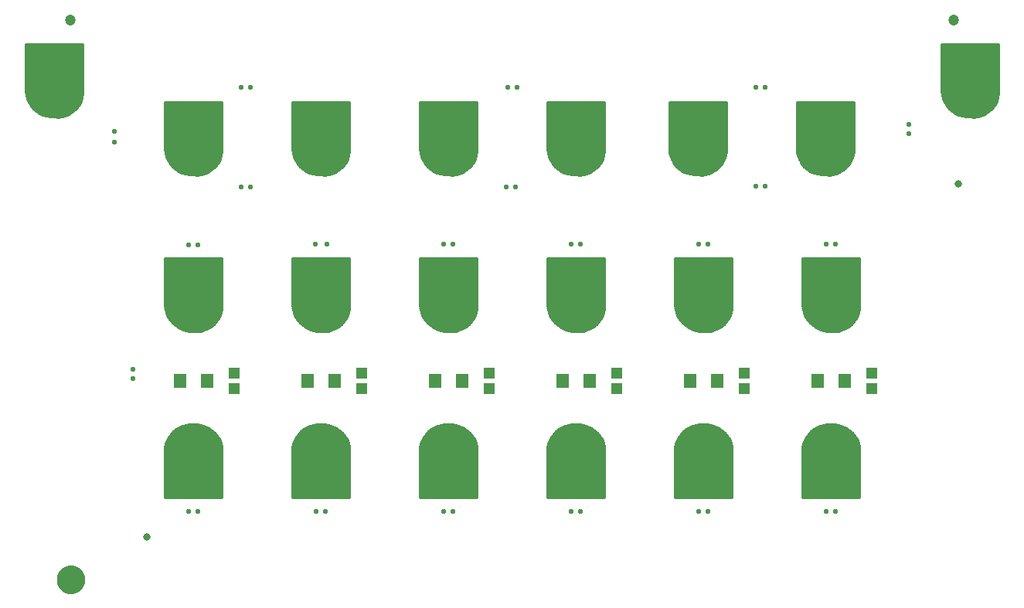
<source format=gts>
G75*
%MOIN*%
%OFA0B0*%
%FSLAX25Y25*%
%IPPOS*%
%LPD*%
%AMOC8*
5,1,8,0,0,1.08239X$1,22.5*
%
%ADD10C,0.02300*%
%ADD11R,0.05524X0.06312*%
%ADD12R,0.04737X0.05131*%
%ADD13C,0.20800*%
%ADD14C,0.01000*%
%ADD15C,0.03300*%
%ADD16C,0.04737*%
%ADD17C,0.05000*%
%ADD18C,0.06706*%
D10*
X0106750Y0049750D03*
X0110750Y0049750D03*
X0161750Y0049750D03*
X0165750Y0049750D03*
X0216750Y0049750D03*
X0220750Y0049750D03*
X0271750Y0049750D03*
X0275750Y0049750D03*
X0326750Y0049750D03*
X0330750Y0049750D03*
X0381750Y0049750D03*
X0385750Y0049750D03*
X0385750Y0165250D03*
X0381750Y0165250D03*
X0355250Y0190250D03*
X0351250Y0190250D03*
X0330750Y0165250D03*
X0326750Y0165250D03*
X0275750Y0165250D03*
X0271750Y0165250D03*
X0247750Y0189750D03*
X0243750Y0189750D03*
X0220750Y0165250D03*
X0216750Y0165250D03*
X0166250Y0165250D03*
X0161250Y0165250D03*
X0133250Y0189750D03*
X0129250Y0189750D03*
X0110750Y0164750D03*
X0106750Y0164750D03*
X0074750Y0209250D03*
X0074750Y0213750D03*
X0129250Y0232750D03*
X0133250Y0232750D03*
X0244250Y0232750D03*
X0248250Y0232750D03*
X0351250Y0232750D03*
X0355250Y0232750D03*
X0417250Y0216750D03*
X0417250Y0212750D03*
X0082750Y0111250D03*
X0082750Y0107250D03*
D11*
X0102844Y0106250D03*
X0114656Y0106250D03*
X0157844Y0106250D03*
X0169656Y0106250D03*
X0212844Y0106250D03*
X0224656Y0106250D03*
X0267844Y0106250D03*
X0279656Y0106250D03*
X0322844Y0106250D03*
X0334656Y0106250D03*
X0377844Y0106250D03*
X0389656Y0106250D03*
D12*
X0401250Y0109596D03*
X0401250Y0102904D03*
X0346250Y0102904D03*
X0346250Y0109596D03*
X0291250Y0109596D03*
X0291250Y0102904D03*
X0236250Y0102904D03*
X0236250Y0109596D03*
X0181250Y0109596D03*
X0181250Y0102904D03*
X0126250Y0102904D03*
X0126250Y0109596D03*
D13*
X0108750Y0139750D03*
X0163750Y0139750D03*
X0218750Y0139750D03*
X0273750Y0139750D03*
X0328750Y0139750D03*
X0383750Y0139750D03*
X0383750Y0075250D03*
X0328750Y0075250D03*
X0273750Y0075250D03*
X0218750Y0075250D03*
X0163750Y0075250D03*
X0108750Y0075250D03*
X0108750Y0207250D03*
X0163750Y0207250D03*
X0218750Y0207250D03*
X0273750Y0207250D03*
X0326250Y0207250D03*
X0381250Y0207250D03*
X0443750Y0232250D03*
X0048750Y0232250D03*
D14*
X0036350Y0232446D02*
X0061150Y0232446D01*
X0061150Y0231650D02*
X0061090Y0230051D01*
X0060803Y0228476D01*
X0060297Y0226957D01*
X0059581Y0225526D01*
X0058670Y0224210D01*
X0057582Y0223037D01*
X0056338Y0222029D01*
X0054965Y0221207D01*
X0053489Y0220588D01*
X0051940Y0220184D01*
X0050350Y0220004D01*
X0048750Y0220050D01*
X0047065Y0220085D01*
X0045401Y0220359D01*
X0043794Y0220867D01*
X0042275Y0221599D01*
X0040876Y0222539D01*
X0039625Y0223669D01*
X0038548Y0224966D01*
X0037666Y0226402D01*
X0036997Y0227950D01*
X0036555Y0229577D01*
X0036350Y0231250D01*
X0036350Y0251650D01*
X0061150Y0251650D01*
X0061150Y0231650D01*
X0061142Y0231448D02*
X0036350Y0231448D01*
X0036448Y0230449D02*
X0061105Y0230449D01*
X0060981Y0229451D02*
X0036590Y0229451D01*
X0036861Y0228452D02*
X0060796Y0228452D01*
X0060463Y0227454D02*
X0037211Y0227454D01*
X0037643Y0226455D02*
X0060046Y0226455D01*
X0059533Y0225457D02*
X0038246Y0225457D01*
X0038969Y0224458D02*
X0058842Y0224458D01*
X0057974Y0223460D02*
X0039857Y0223460D01*
X0040992Y0222461D02*
X0056872Y0222461D01*
X0055392Y0221463D02*
X0042558Y0221463D01*
X0045068Y0220464D02*
X0053013Y0220464D01*
X0061150Y0233445D02*
X0036350Y0233445D01*
X0036350Y0234443D02*
X0061150Y0234443D01*
X0061150Y0235442D02*
X0036350Y0235442D01*
X0036350Y0236440D02*
X0061150Y0236440D01*
X0061150Y0237439D02*
X0036350Y0237439D01*
X0036350Y0238437D02*
X0061150Y0238437D01*
X0061150Y0239436D02*
X0036350Y0239436D01*
X0036350Y0240434D02*
X0061150Y0240434D01*
X0061150Y0241433D02*
X0036350Y0241433D01*
X0036350Y0242431D02*
X0061150Y0242431D01*
X0061150Y0243430D02*
X0036350Y0243430D01*
X0036350Y0244428D02*
X0061150Y0244428D01*
X0061150Y0245427D02*
X0036350Y0245427D01*
X0036350Y0246425D02*
X0061150Y0246425D01*
X0061150Y0247424D02*
X0036350Y0247424D01*
X0036350Y0248422D02*
X0061150Y0248422D01*
X0061150Y0249421D02*
X0036350Y0249421D01*
X0036350Y0250420D02*
X0061150Y0250420D01*
X0061150Y0251418D02*
X0036350Y0251418D01*
X0096350Y0226650D02*
X0096350Y0206250D01*
X0096555Y0204577D01*
X0096997Y0202950D01*
X0097666Y0201402D01*
X0098548Y0199966D01*
X0099625Y0198669D01*
X0100876Y0197539D01*
X0102275Y0196599D01*
X0103794Y0195867D01*
X0105401Y0195359D01*
X0107065Y0195085D01*
X0108750Y0195050D01*
X0110350Y0195004D01*
X0111940Y0195184D01*
X0113489Y0195588D01*
X0114965Y0196207D01*
X0116338Y0197029D01*
X0117582Y0198037D01*
X0118670Y0199210D01*
X0119581Y0200526D01*
X0120297Y0201957D01*
X0120803Y0203476D01*
X0121090Y0205051D01*
X0121150Y0206650D01*
X0121150Y0226650D01*
X0096350Y0226650D01*
X0096350Y0226455D02*
X0121150Y0226455D01*
X0121150Y0225457D02*
X0096350Y0225457D01*
X0096350Y0224458D02*
X0121150Y0224458D01*
X0121150Y0223460D02*
X0096350Y0223460D01*
X0096350Y0222461D02*
X0121150Y0222461D01*
X0121150Y0221463D02*
X0096350Y0221463D01*
X0096350Y0220464D02*
X0121150Y0220464D01*
X0121150Y0219466D02*
X0096350Y0219466D01*
X0096350Y0218467D02*
X0121150Y0218467D01*
X0121150Y0217469D02*
X0096350Y0217469D01*
X0096350Y0216470D02*
X0121150Y0216470D01*
X0121150Y0215472D02*
X0096350Y0215472D01*
X0096350Y0214473D02*
X0121150Y0214473D01*
X0121150Y0213475D02*
X0096350Y0213475D01*
X0096350Y0212476D02*
X0121150Y0212476D01*
X0121150Y0211478D02*
X0096350Y0211478D01*
X0096350Y0210479D02*
X0121150Y0210479D01*
X0121150Y0209481D02*
X0096350Y0209481D01*
X0096350Y0208482D02*
X0121150Y0208482D01*
X0121150Y0207484D02*
X0096350Y0207484D01*
X0096350Y0206485D02*
X0121144Y0206485D01*
X0121106Y0205487D02*
X0096444Y0205487D01*
X0096580Y0204488D02*
X0120987Y0204488D01*
X0120806Y0203489D02*
X0096851Y0203489D01*
X0097195Y0202491D02*
X0120475Y0202491D01*
X0120065Y0201492D02*
X0097627Y0201492D01*
X0098223Y0200494D02*
X0119559Y0200494D01*
X0118868Y0199495D02*
X0098938Y0199495D01*
X0099816Y0198497D02*
X0118009Y0198497D01*
X0116918Y0197498D02*
X0100937Y0197498D01*
X0102480Y0196500D02*
X0115454Y0196500D01*
X0113156Y0195501D02*
X0104951Y0195501D01*
X0151555Y0204577D02*
X0151997Y0202950D01*
X0152666Y0201402D01*
X0153548Y0199966D01*
X0154625Y0198669D01*
X0155876Y0197539D01*
X0157275Y0196599D01*
X0158794Y0195867D01*
X0160401Y0195359D01*
X0162065Y0195085D01*
X0163750Y0195050D01*
X0165350Y0195004D01*
X0166940Y0195184D01*
X0168489Y0195588D01*
X0169965Y0196207D01*
X0171338Y0197029D01*
X0172582Y0198037D01*
X0173670Y0199210D01*
X0174581Y0200526D01*
X0175297Y0201957D01*
X0175803Y0203476D01*
X0176090Y0205051D01*
X0176150Y0206650D01*
X0176150Y0226650D01*
X0151350Y0226650D01*
X0151350Y0206250D01*
X0151555Y0204577D01*
X0151580Y0204488D02*
X0175987Y0204488D01*
X0176106Y0205487D02*
X0151444Y0205487D01*
X0151350Y0206485D02*
X0176144Y0206485D01*
X0176150Y0207484D02*
X0151350Y0207484D01*
X0151350Y0208482D02*
X0176150Y0208482D01*
X0176150Y0209481D02*
X0151350Y0209481D01*
X0151350Y0210479D02*
X0176150Y0210479D01*
X0176150Y0211478D02*
X0151350Y0211478D01*
X0151350Y0212476D02*
X0176150Y0212476D01*
X0176150Y0213475D02*
X0151350Y0213475D01*
X0151350Y0214473D02*
X0176150Y0214473D01*
X0176150Y0215472D02*
X0151350Y0215472D01*
X0151350Y0216470D02*
X0176150Y0216470D01*
X0176150Y0217469D02*
X0151350Y0217469D01*
X0151350Y0218467D02*
X0176150Y0218467D01*
X0176150Y0219466D02*
X0151350Y0219466D01*
X0151350Y0220464D02*
X0176150Y0220464D01*
X0176150Y0221463D02*
X0151350Y0221463D01*
X0151350Y0222461D02*
X0176150Y0222461D01*
X0176150Y0223460D02*
X0151350Y0223460D01*
X0151350Y0224458D02*
X0176150Y0224458D01*
X0176150Y0225457D02*
X0151350Y0225457D01*
X0151350Y0226455D02*
X0176150Y0226455D01*
X0206350Y0226455D02*
X0231150Y0226455D01*
X0231150Y0226650D02*
X0231150Y0206650D01*
X0231090Y0205051D01*
X0230803Y0203476D01*
X0230297Y0201957D01*
X0229581Y0200526D01*
X0228670Y0199210D01*
X0227582Y0198037D01*
X0226338Y0197029D01*
X0224965Y0196207D01*
X0223489Y0195588D01*
X0221940Y0195184D01*
X0220350Y0195004D01*
X0218750Y0195050D01*
X0217065Y0195085D01*
X0215401Y0195359D01*
X0213794Y0195867D01*
X0212275Y0196599D01*
X0210876Y0197539D01*
X0209625Y0198669D01*
X0208548Y0199966D01*
X0207666Y0201402D01*
X0206997Y0202950D01*
X0206555Y0204577D01*
X0206350Y0206250D01*
X0206350Y0226650D01*
X0231150Y0226650D01*
X0231150Y0225457D02*
X0206350Y0225457D01*
X0206350Y0224458D02*
X0231150Y0224458D01*
X0231150Y0223460D02*
X0206350Y0223460D01*
X0206350Y0222461D02*
X0231150Y0222461D01*
X0231150Y0221463D02*
X0206350Y0221463D01*
X0206350Y0220464D02*
X0231150Y0220464D01*
X0231150Y0219466D02*
X0206350Y0219466D01*
X0206350Y0218467D02*
X0231150Y0218467D01*
X0231150Y0217469D02*
X0206350Y0217469D01*
X0206350Y0216470D02*
X0231150Y0216470D01*
X0231150Y0215472D02*
X0206350Y0215472D01*
X0206350Y0214473D02*
X0231150Y0214473D01*
X0231150Y0213475D02*
X0206350Y0213475D01*
X0206350Y0212476D02*
X0231150Y0212476D01*
X0231150Y0211478D02*
X0206350Y0211478D01*
X0206350Y0210479D02*
X0231150Y0210479D01*
X0231150Y0209481D02*
X0206350Y0209481D01*
X0206350Y0208482D02*
X0231150Y0208482D01*
X0231150Y0207484D02*
X0206350Y0207484D01*
X0206350Y0206485D02*
X0231144Y0206485D01*
X0231106Y0205487D02*
X0206444Y0205487D01*
X0206580Y0204488D02*
X0230987Y0204488D01*
X0230806Y0203489D02*
X0206851Y0203489D01*
X0207195Y0202491D02*
X0230475Y0202491D01*
X0230065Y0201492D02*
X0207627Y0201492D01*
X0208223Y0200494D02*
X0229559Y0200494D01*
X0228868Y0199495D02*
X0208938Y0199495D01*
X0209816Y0198497D02*
X0228009Y0198497D01*
X0226918Y0197498D02*
X0210937Y0197498D01*
X0212480Y0196500D02*
X0225454Y0196500D01*
X0223156Y0195501D02*
X0214951Y0195501D01*
X0175806Y0203489D02*
X0151851Y0203489D01*
X0152195Y0202491D02*
X0175475Y0202491D01*
X0175065Y0201492D02*
X0152627Y0201492D01*
X0153223Y0200494D02*
X0174559Y0200494D01*
X0173868Y0199495D02*
X0153938Y0199495D01*
X0154816Y0198497D02*
X0173009Y0198497D01*
X0171918Y0197498D02*
X0155937Y0197498D01*
X0157480Y0196500D02*
X0170454Y0196500D01*
X0168156Y0195501D02*
X0159951Y0195501D01*
X0151350Y0159150D02*
X0151350Y0138750D01*
X0151555Y0137077D01*
X0151997Y0135450D01*
X0152666Y0133902D01*
X0153548Y0132466D01*
X0154625Y0131169D01*
X0155876Y0130039D01*
X0157275Y0129099D01*
X0158794Y0128367D01*
X0160401Y0127859D01*
X0162065Y0127585D01*
X0163750Y0127550D01*
X0165350Y0127504D01*
X0166940Y0127684D01*
X0168489Y0128088D01*
X0169965Y0128707D01*
X0171338Y0129529D01*
X0172582Y0130537D01*
X0173670Y0131710D01*
X0174581Y0133026D01*
X0175297Y0134457D01*
X0175803Y0135976D01*
X0176090Y0137551D01*
X0176150Y0139150D01*
X0176150Y0159150D01*
X0151350Y0159150D01*
X0151350Y0158556D02*
X0176150Y0158556D01*
X0176150Y0157558D02*
X0151350Y0157558D01*
X0151350Y0156559D02*
X0176150Y0156559D01*
X0176150Y0155561D02*
X0151350Y0155561D01*
X0151350Y0154562D02*
X0176150Y0154562D01*
X0176150Y0153564D02*
X0151350Y0153564D01*
X0151350Y0152565D02*
X0176150Y0152565D01*
X0176150Y0151567D02*
X0151350Y0151567D01*
X0151350Y0150568D02*
X0176150Y0150568D01*
X0176150Y0149570D02*
X0151350Y0149570D01*
X0151350Y0148571D02*
X0176150Y0148571D01*
X0176150Y0147573D02*
X0151350Y0147573D01*
X0151350Y0146574D02*
X0176150Y0146574D01*
X0176150Y0145576D02*
X0151350Y0145576D01*
X0151350Y0144577D02*
X0176150Y0144577D01*
X0176150Y0143579D02*
X0151350Y0143579D01*
X0151350Y0142580D02*
X0176150Y0142580D01*
X0176150Y0141582D02*
X0151350Y0141582D01*
X0151350Y0140583D02*
X0176150Y0140583D01*
X0176150Y0139585D02*
X0151350Y0139585D01*
X0151370Y0138586D02*
X0176129Y0138586D01*
X0176091Y0137588D02*
X0151493Y0137588D01*
X0151688Y0136589D02*
X0175915Y0136589D01*
X0175675Y0135591D02*
X0151959Y0135591D01*
X0152368Y0134592D02*
X0175342Y0134592D01*
X0174865Y0133594D02*
X0152855Y0133594D01*
X0153468Y0132595D02*
X0174283Y0132595D01*
X0173565Y0131597D02*
X0154270Y0131597D01*
X0155257Y0130598D02*
X0172639Y0130598D01*
X0171426Y0129600D02*
X0156530Y0129600D01*
X0158308Y0128601D02*
X0169712Y0128601D01*
X0166220Y0127603D02*
X0161956Y0127603D01*
X0120803Y0135976D02*
X0120297Y0134457D01*
X0119581Y0133026D01*
X0118670Y0131710D01*
X0117582Y0130537D01*
X0116338Y0129529D01*
X0114965Y0128707D01*
X0113489Y0128088D01*
X0111940Y0127684D01*
X0110350Y0127504D01*
X0108750Y0127550D01*
X0107065Y0127585D01*
X0105401Y0127859D01*
X0103794Y0128367D01*
X0102275Y0129099D01*
X0100876Y0130039D01*
X0099625Y0131169D01*
X0098548Y0132466D01*
X0097666Y0133902D01*
X0096997Y0135450D01*
X0096555Y0137077D01*
X0096350Y0138750D01*
X0096350Y0159150D01*
X0121150Y0159150D01*
X0121150Y0139150D01*
X0121090Y0137551D01*
X0120803Y0135976D01*
X0120675Y0135591D02*
X0096959Y0135591D01*
X0096688Y0136589D02*
X0120915Y0136589D01*
X0121091Y0137588D02*
X0096493Y0137588D01*
X0096370Y0138586D02*
X0121129Y0138586D01*
X0121150Y0139585D02*
X0096350Y0139585D01*
X0096350Y0140583D02*
X0121150Y0140583D01*
X0121150Y0141582D02*
X0096350Y0141582D01*
X0096350Y0142580D02*
X0121150Y0142580D01*
X0121150Y0143579D02*
X0096350Y0143579D01*
X0096350Y0144577D02*
X0121150Y0144577D01*
X0121150Y0145576D02*
X0096350Y0145576D01*
X0096350Y0146574D02*
X0121150Y0146574D01*
X0121150Y0147573D02*
X0096350Y0147573D01*
X0096350Y0148571D02*
X0121150Y0148571D01*
X0121150Y0149570D02*
X0096350Y0149570D01*
X0096350Y0150568D02*
X0121150Y0150568D01*
X0121150Y0151567D02*
X0096350Y0151567D01*
X0096350Y0152565D02*
X0121150Y0152565D01*
X0121150Y0153564D02*
X0096350Y0153564D01*
X0096350Y0154562D02*
X0121150Y0154562D01*
X0121150Y0155561D02*
X0096350Y0155561D01*
X0096350Y0156559D02*
X0121150Y0156559D01*
X0121150Y0157558D02*
X0096350Y0157558D01*
X0096350Y0158556D02*
X0121150Y0158556D01*
X0120342Y0134592D02*
X0097368Y0134592D01*
X0097855Y0133594D02*
X0119865Y0133594D01*
X0119283Y0132595D02*
X0098468Y0132595D01*
X0099270Y0131597D02*
X0118565Y0131597D01*
X0117639Y0130598D02*
X0100257Y0130598D01*
X0101530Y0129600D02*
X0116426Y0129600D01*
X0114712Y0128601D02*
X0103308Y0128601D01*
X0106956Y0127603D02*
X0111220Y0127603D01*
X0110435Y0087415D02*
X0112099Y0087141D01*
X0113706Y0086633D01*
X0115225Y0085901D01*
X0116624Y0084961D01*
X0117875Y0083831D01*
X0118952Y0082534D01*
X0119834Y0081098D01*
X0120503Y0079550D01*
X0120945Y0077923D01*
X0121150Y0076250D01*
X0121150Y0055850D01*
X0096350Y0055850D01*
X0096350Y0075850D01*
X0096410Y0077449D01*
X0096697Y0079024D01*
X0097203Y0080543D01*
X0097919Y0081974D01*
X0098830Y0083290D01*
X0099918Y0084463D01*
X0101162Y0085471D01*
X0102535Y0086293D01*
X0104011Y0086912D01*
X0105560Y0087316D01*
X0107150Y0087496D01*
X0108750Y0087450D01*
X0110435Y0087415D01*
X0113609Y0086664D02*
X0103420Y0086664D01*
X0101486Y0085665D02*
X0115576Y0085665D01*
X0116950Y0084667D02*
X0100169Y0084667D01*
X0099181Y0083668D02*
X0118010Y0083668D01*
X0118840Y0082670D02*
X0098400Y0082670D01*
X0097767Y0081671D02*
X0119482Y0081671D01*
X0120018Y0080673D02*
X0097268Y0080673D01*
X0096913Y0079674D02*
X0120449Y0079674D01*
X0120740Y0078676D02*
X0096633Y0078676D01*
X0096452Y0077677D02*
X0120975Y0077677D01*
X0121097Y0076679D02*
X0096381Y0076679D01*
X0096350Y0075680D02*
X0121150Y0075680D01*
X0121150Y0074682D02*
X0096350Y0074682D01*
X0096350Y0073683D02*
X0121150Y0073683D01*
X0121150Y0072684D02*
X0096350Y0072684D01*
X0096350Y0071686D02*
X0121150Y0071686D01*
X0121150Y0070687D02*
X0096350Y0070687D01*
X0096350Y0069689D02*
X0121150Y0069689D01*
X0121150Y0068690D02*
X0096350Y0068690D01*
X0096350Y0067692D02*
X0121150Y0067692D01*
X0121150Y0066693D02*
X0096350Y0066693D01*
X0096350Y0065695D02*
X0121150Y0065695D01*
X0121150Y0064696D02*
X0096350Y0064696D01*
X0096350Y0063698D02*
X0121150Y0063698D01*
X0121150Y0062699D02*
X0096350Y0062699D01*
X0096350Y0061701D02*
X0121150Y0061701D01*
X0121150Y0060702D02*
X0096350Y0060702D01*
X0096350Y0059704D02*
X0121150Y0059704D01*
X0121150Y0058705D02*
X0096350Y0058705D01*
X0096350Y0057707D02*
X0121150Y0057707D01*
X0121150Y0056708D02*
X0096350Y0056708D01*
X0151350Y0056708D02*
X0176150Y0056708D01*
X0176150Y0055850D02*
X0176150Y0076250D01*
X0175945Y0077923D01*
X0175503Y0079550D01*
X0174834Y0081098D01*
X0173952Y0082534D01*
X0172875Y0083831D01*
X0171624Y0084961D01*
X0170225Y0085901D01*
X0168706Y0086633D01*
X0167099Y0087141D01*
X0165435Y0087415D01*
X0163750Y0087450D01*
X0162150Y0087496D01*
X0160560Y0087316D01*
X0159011Y0086912D01*
X0157535Y0086293D01*
X0156162Y0085471D01*
X0154918Y0084463D01*
X0153830Y0083290D01*
X0152919Y0081974D01*
X0152203Y0080543D01*
X0151697Y0079024D01*
X0151410Y0077449D01*
X0151350Y0075850D01*
X0151350Y0055850D01*
X0176150Y0055850D01*
X0176150Y0057707D02*
X0151350Y0057707D01*
X0151350Y0058705D02*
X0176150Y0058705D01*
X0176150Y0059704D02*
X0151350Y0059704D01*
X0151350Y0060702D02*
X0176150Y0060702D01*
X0176150Y0061701D02*
X0151350Y0061701D01*
X0151350Y0062699D02*
X0176150Y0062699D01*
X0176150Y0063698D02*
X0151350Y0063698D01*
X0151350Y0064696D02*
X0176150Y0064696D01*
X0176150Y0065695D02*
X0151350Y0065695D01*
X0151350Y0066693D02*
X0176150Y0066693D01*
X0176150Y0067692D02*
X0151350Y0067692D01*
X0151350Y0068690D02*
X0176150Y0068690D01*
X0176150Y0069689D02*
X0151350Y0069689D01*
X0151350Y0070687D02*
X0176150Y0070687D01*
X0176150Y0071686D02*
X0151350Y0071686D01*
X0151350Y0072684D02*
X0176150Y0072684D01*
X0176150Y0073683D02*
X0151350Y0073683D01*
X0151350Y0074682D02*
X0176150Y0074682D01*
X0176150Y0075680D02*
X0151350Y0075680D01*
X0151381Y0076679D02*
X0176097Y0076679D01*
X0175975Y0077677D02*
X0151452Y0077677D01*
X0151633Y0078676D02*
X0175740Y0078676D01*
X0175449Y0079674D02*
X0151913Y0079674D01*
X0152268Y0080673D02*
X0175018Y0080673D01*
X0174482Y0081671D02*
X0152767Y0081671D01*
X0153400Y0082670D02*
X0173840Y0082670D01*
X0173010Y0083668D02*
X0154181Y0083668D01*
X0155169Y0084667D02*
X0171950Y0084667D01*
X0170576Y0085665D02*
X0156486Y0085665D01*
X0158420Y0086664D02*
X0168609Y0086664D01*
X0206697Y0079024D02*
X0207203Y0080543D01*
X0207919Y0081974D01*
X0208830Y0083290D01*
X0209918Y0084463D01*
X0211162Y0085471D01*
X0212535Y0086293D01*
X0214011Y0086912D01*
X0215560Y0087316D01*
X0217150Y0087496D01*
X0218750Y0087450D01*
X0220435Y0087415D01*
X0222099Y0087141D01*
X0223706Y0086633D01*
X0225225Y0085901D01*
X0226624Y0084961D01*
X0227875Y0083831D01*
X0228952Y0082534D01*
X0229834Y0081098D01*
X0230503Y0079550D01*
X0230945Y0077923D01*
X0231150Y0076250D01*
X0231150Y0055850D01*
X0206350Y0055850D01*
X0206350Y0075850D01*
X0206410Y0077449D01*
X0206697Y0079024D01*
X0206633Y0078676D02*
X0230740Y0078676D01*
X0230975Y0077677D02*
X0206452Y0077677D01*
X0206381Y0076679D02*
X0231097Y0076679D01*
X0231150Y0075680D02*
X0206350Y0075680D01*
X0206350Y0074682D02*
X0231150Y0074682D01*
X0231150Y0073683D02*
X0206350Y0073683D01*
X0206350Y0072684D02*
X0231150Y0072684D01*
X0231150Y0071686D02*
X0206350Y0071686D01*
X0206350Y0070687D02*
X0231150Y0070687D01*
X0231150Y0069689D02*
X0206350Y0069689D01*
X0206350Y0068690D02*
X0231150Y0068690D01*
X0231150Y0067692D02*
X0206350Y0067692D01*
X0206350Y0066693D02*
X0231150Y0066693D01*
X0231150Y0065695D02*
X0206350Y0065695D01*
X0206350Y0064696D02*
X0231150Y0064696D01*
X0231150Y0063698D02*
X0206350Y0063698D01*
X0206350Y0062699D02*
X0231150Y0062699D01*
X0231150Y0061701D02*
X0206350Y0061701D01*
X0206350Y0060702D02*
X0231150Y0060702D01*
X0231150Y0059704D02*
X0206350Y0059704D01*
X0206350Y0058705D02*
X0231150Y0058705D01*
X0231150Y0057707D02*
X0206350Y0057707D01*
X0206350Y0056708D02*
X0231150Y0056708D01*
X0261350Y0056708D02*
X0286150Y0056708D01*
X0286150Y0055850D02*
X0286150Y0076250D01*
X0285945Y0077923D01*
X0285503Y0079550D01*
X0284834Y0081098D01*
X0283952Y0082534D01*
X0282875Y0083831D01*
X0281624Y0084961D01*
X0280225Y0085901D01*
X0278706Y0086633D01*
X0277099Y0087141D01*
X0275435Y0087415D01*
X0273750Y0087450D01*
X0272150Y0087496D01*
X0270560Y0087316D01*
X0269011Y0086912D01*
X0267535Y0086293D01*
X0266162Y0085471D01*
X0264918Y0084463D01*
X0263830Y0083290D01*
X0262919Y0081974D01*
X0262203Y0080543D01*
X0261697Y0079024D01*
X0261410Y0077449D01*
X0261350Y0075850D01*
X0261350Y0055850D01*
X0286150Y0055850D01*
X0286150Y0057707D02*
X0261350Y0057707D01*
X0261350Y0058705D02*
X0286150Y0058705D01*
X0286150Y0059704D02*
X0261350Y0059704D01*
X0261350Y0060702D02*
X0286150Y0060702D01*
X0286150Y0061701D02*
X0261350Y0061701D01*
X0261350Y0062699D02*
X0286150Y0062699D01*
X0286150Y0063698D02*
X0261350Y0063698D01*
X0261350Y0064696D02*
X0286150Y0064696D01*
X0286150Y0065695D02*
X0261350Y0065695D01*
X0261350Y0066693D02*
X0286150Y0066693D01*
X0286150Y0067692D02*
X0261350Y0067692D01*
X0261350Y0068690D02*
X0286150Y0068690D01*
X0286150Y0069689D02*
X0261350Y0069689D01*
X0261350Y0070687D02*
X0286150Y0070687D01*
X0286150Y0071686D02*
X0261350Y0071686D01*
X0261350Y0072684D02*
X0286150Y0072684D01*
X0286150Y0073683D02*
X0261350Y0073683D01*
X0261350Y0074682D02*
X0286150Y0074682D01*
X0286150Y0075680D02*
X0261350Y0075680D01*
X0261381Y0076679D02*
X0286097Y0076679D01*
X0285975Y0077677D02*
X0261452Y0077677D01*
X0261633Y0078676D02*
X0285740Y0078676D01*
X0285449Y0079674D02*
X0261913Y0079674D01*
X0262268Y0080673D02*
X0285018Y0080673D01*
X0284482Y0081671D02*
X0262767Y0081671D01*
X0263400Y0082670D02*
X0283840Y0082670D01*
X0283010Y0083668D02*
X0264181Y0083668D01*
X0265169Y0084667D02*
X0281950Y0084667D01*
X0280576Y0085665D02*
X0266486Y0085665D01*
X0268420Y0086664D02*
X0278609Y0086664D01*
X0316697Y0079024D02*
X0317203Y0080543D01*
X0317919Y0081974D01*
X0318830Y0083290D01*
X0319918Y0084463D01*
X0321162Y0085471D01*
X0322535Y0086293D01*
X0324011Y0086912D01*
X0325560Y0087316D01*
X0327150Y0087496D01*
X0328750Y0087450D01*
X0330435Y0087415D01*
X0332099Y0087141D01*
X0333706Y0086633D01*
X0335225Y0085901D01*
X0336624Y0084961D01*
X0337875Y0083831D01*
X0338952Y0082534D01*
X0339834Y0081098D01*
X0340503Y0079550D01*
X0340945Y0077923D01*
X0341150Y0076250D01*
X0341150Y0055850D01*
X0316350Y0055850D01*
X0316350Y0075850D01*
X0316410Y0077449D01*
X0316697Y0079024D01*
X0316633Y0078676D02*
X0340740Y0078676D01*
X0340975Y0077677D02*
X0316452Y0077677D01*
X0316381Y0076679D02*
X0341097Y0076679D01*
X0341150Y0075680D02*
X0316350Y0075680D01*
X0316350Y0074682D02*
X0341150Y0074682D01*
X0341150Y0073683D02*
X0316350Y0073683D01*
X0316350Y0072684D02*
X0341150Y0072684D01*
X0341150Y0071686D02*
X0316350Y0071686D01*
X0316350Y0070687D02*
X0341150Y0070687D01*
X0341150Y0069689D02*
X0316350Y0069689D01*
X0316350Y0068690D02*
X0341150Y0068690D01*
X0341150Y0067692D02*
X0316350Y0067692D01*
X0316350Y0066693D02*
X0341150Y0066693D01*
X0341150Y0065695D02*
X0316350Y0065695D01*
X0316350Y0064696D02*
X0341150Y0064696D01*
X0341150Y0063698D02*
X0316350Y0063698D01*
X0316350Y0062699D02*
X0341150Y0062699D01*
X0341150Y0061701D02*
X0316350Y0061701D01*
X0316350Y0060702D02*
X0341150Y0060702D01*
X0341150Y0059704D02*
X0316350Y0059704D01*
X0316350Y0058705D02*
X0341150Y0058705D01*
X0341150Y0057707D02*
X0316350Y0057707D01*
X0316350Y0056708D02*
X0341150Y0056708D01*
X0371350Y0056708D02*
X0396150Y0056708D01*
X0396150Y0055850D02*
X0396150Y0076250D01*
X0395945Y0077923D01*
X0395503Y0079550D01*
X0394834Y0081098D01*
X0393952Y0082534D01*
X0392875Y0083831D01*
X0391624Y0084961D01*
X0390225Y0085901D01*
X0388706Y0086633D01*
X0387099Y0087141D01*
X0385435Y0087415D01*
X0383750Y0087450D01*
X0382150Y0087496D01*
X0380560Y0087316D01*
X0379011Y0086912D01*
X0377535Y0086293D01*
X0376162Y0085471D01*
X0374918Y0084463D01*
X0373830Y0083290D01*
X0372919Y0081974D01*
X0372203Y0080543D01*
X0371697Y0079024D01*
X0371410Y0077449D01*
X0371350Y0075850D01*
X0371350Y0055850D01*
X0396150Y0055850D01*
X0396150Y0057707D02*
X0371350Y0057707D01*
X0371350Y0058705D02*
X0396150Y0058705D01*
X0396150Y0059704D02*
X0371350Y0059704D01*
X0371350Y0060702D02*
X0396150Y0060702D01*
X0396150Y0061701D02*
X0371350Y0061701D01*
X0371350Y0062699D02*
X0396150Y0062699D01*
X0396150Y0063698D02*
X0371350Y0063698D01*
X0371350Y0064696D02*
X0396150Y0064696D01*
X0396150Y0065695D02*
X0371350Y0065695D01*
X0371350Y0066693D02*
X0396150Y0066693D01*
X0396150Y0067692D02*
X0371350Y0067692D01*
X0371350Y0068690D02*
X0396150Y0068690D01*
X0396150Y0069689D02*
X0371350Y0069689D01*
X0371350Y0070687D02*
X0396150Y0070687D01*
X0396150Y0071686D02*
X0371350Y0071686D01*
X0371350Y0072684D02*
X0396150Y0072684D01*
X0396150Y0073683D02*
X0371350Y0073683D01*
X0371350Y0074682D02*
X0396150Y0074682D01*
X0396150Y0075680D02*
X0371350Y0075680D01*
X0371381Y0076679D02*
X0396097Y0076679D01*
X0395975Y0077677D02*
X0371452Y0077677D01*
X0371633Y0078676D02*
X0395740Y0078676D01*
X0395449Y0079674D02*
X0371913Y0079674D01*
X0372268Y0080673D02*
X0395018Y0080673D01*
X0394482Y0081671D02*
X0372767Y0081671D01*
X0373400Y0082670D02*
X0393840Y0082670D01*
X0393010Y0083668D02*
X0374181Y0083668D01*
X0375169Y0084667D02*
X0391950Y0084667D01*
X0390576Y0085665D02*
X0376486Y0085665D01*
X0378420Y0086664D02*
X0388609Y0086664D01*
X0340449Y0079674D02*
X0316913Y0079674D01*
X0317268Y0080673D02*
X0340018Y0080673D01*
X0339482Y0081671D02*
X0317767Y0081671D01*
X0318400Y0082670D02*
X0338840Y0082670D01*
X0338010Y0083668D02*
X0319181Y0083668D01*
X0320169Y0084667D02*
X0336950Y0084667D01*
X0335576Y0085665D02*
X0321486Y0085665D01*
X0323420Y0086664D02*
X0333609Y0086664D01*
X0330350Y0127504D02*
X0328750Y0127550D01*
X0327065Y0127585D01*
X0325401Y0127859D01*
X0323794Y0128367D01*
X0322275Y0129099D01*
X0320876Y0130039D01*
X0319625Y0131169D01*
X0318548Y0132466D01*
X0317666Y0133902D01*
X0316997Y0135450D01*
X0316555Y0137077D01*
X0316350Y0138750D01*
X0316350Y0159150D01*
X0341150Y0159150D01*
X0341150Y0139150D01*
X0341090Y0137551D01*
X0340803Y0135976D01*
X0340297Y0134457D01*
X0339581Y0133026D01*
X0338670Y0131710D01*
X0337582Y0130537D01*
X0336338Y0129529D01*
X0334965Y0128707D01*
X0333489Y0128088D01*
X0331940Y0127684D01*
X0330350Y0127504D01*
X0331220Y0127603D02*
X0326956Y0127603D01*
X0323308Y0128601D02*
X0334712Y0128601D01*
X0336426Y0129600D02*
X0321530Y0129600D01*
X0320257Y0130598D02*
X0337639Y0130598D01*
X0338565Y0131597D02*
X0319270Y0131597D01*
X0318468Y0132595D02*
X0339283Y0132595D01*
X0339865Y0133594D02*
X0317855Y0133594D01*
X0317368Y0134592D02*
X0340342Y0134592D01*
X0340675Y0135591D02*
X0316959Y0135591D01*
X0316688Y0136589D02*
X0340915Y0136589D01*
X0341091Y0137588D02*
X0316493Y0137588D01*
X0316370Y0138586D02*
X0341129Y0138586D01*
X0341150Y0139585D02*
X0316350Y0139585D01*
X0316350Y0140583D02*
X0341150Y0140583D01*
X0341150Y0141582D02*
X0316350Y0141582D01*
X0316350Y0142580D02*
X0341150Y0142580D01*
X0341150Y0143579D02*
X0316350Y0143579D01*
X0316350Y0144577D02*
X0341150Y0144577D01*
X0341150Y0145576D02*
X0316350Y0145576D01*
X0316350Y0146574D02*
X0341150Y0146574D01*
X0341150Y0147573D02*
X0316350Y0147573D01*
X0316350Y0148571D02*
X0341150Y0148571D01*
X0341150Y0149570D02*
X0316350Y0149570D01*
X0316350Y0150568D02*
X0341150Y0150568D01*
X0341150Y0151567D02*
X0316350Y0151567D01*
X0316350Y0152565D02*
X0341150Y0152565D01*
X0341150Y0153564D02*
X0316350Y0153564D01*
X0316350Y0154562D02*
X0341150Y0154562D01*
X0341150Y0155561D02*
X0316350Y0155561D01*
X0316350Y0156559D02*
X0341150Y0156559D01*
X0341150Y0157558D02*
X0316350Y0157558D01*
X0316350Y0158556D02*
X0341150Y0158556D01*
X0371350Y0158556D02*
X0396150Y0158556D01*
X0396150Y0159150D02*
X0396150Y0139150D01*
X0396090Y0137551D01*
X0395803Y0135976D01*
X0395297Y0134457D01*
X0394581Y0133026D01*
X0393670Y0131710D01*
X0392582Y0130537D01*
X0391338Y0129529D01*
X0389965Y0128707D01*
X0388489Y0128088D01*
X0386940Y0127684D01*
X0385350Y0127504D01*
X0383750Y0127550D01*
X0382065Y0127585D01*
X0380401Y0127859D01*
X0378794Y0128367D01*
X0377275Y0129099D01*
X0375876Y0130039D01*
X0374625Y0131169D01*
X0373548Y0132466D01*
X0372666Y0133902D01*
X0371997Y0135450D01*
X0371555Y0137077D01*
X0371350Y0138750D01*
X0371350Y0159150D01*
X0396150Y0159150D01*
X0396150Y0157558D02*
X0371350Y0157558D01*
X0371350Y0156559D02*
X0396150Y0156559D01*
X0396150Y0155561D02*
X0371350Y0155561D01*
X0371350Y0154562D02*
X0396150Y0154562D01*
X0396150Y0153564D02*
X0371350Y0153564D01*
X0371350Y0152565D02*
X0396150Y0152565D01*
X0396150Y0151567D02*
X0371350Y0151567D01*
X0371350Y0150568D02*
X0396150Y0150568D01*
X0396150Y0149570D02*
X0371350Y0149570D01*
X0371350Y0148571D02*
X0396150Y0148571D01*
X0396150Y0147573D02*
X0371350Y0147573D01*
X0371350Y0146574D02*
X0396150Y0146574D01*
X0396150Y0145576D02*
X0371350Y0145576D01*
X0371350Y0144577D02*
X0396150Y0144577D01*
X0396150Y0143579D02*
X0371350Y0143579D01*
X0371350Y0142580D02*
X0396150Y0142580D01*
X0396150Y0141582D02*
X0371350Y0141582D01*
X0371350Y0140583D02*
X0396150Y0140583D01*
X0396150Y0139585D02*
X0371350Y0139585D01*
X0371370Y0138586D02*
X0396129Y0138586D01*
X0396091Y0137588D02*
X0371493Y0137588D01*
X0371688Y0136589D02*
X0395915Y0136589D01*
X0395675Y0135591D02*
X0371959Y0135591D01*
X0372368Y0134592D02*
X0395342Y0134592D01*
X0394865Y0133594D02*
X0372855Y0133594D01*
X0373468Y0132595D02*
X0394283Y0132595D01*
X0393565Y0131597D02*
X0374270Y0131597D01*
X0375257Y0130598D02*
X0392639Y0130598D01*
X0391426Y0129600D02*
X0376530Y0129600D01*
X0378308Y0128601D02*
X0389712Y0128601D01*
X0386220Y0127603D02*
X0381956Y0127603D01*
X0286090Y0137551D02*
X0285803Y0135976D01*
X0285297Y0134457D01*
X0284581Y0133026D01*
X0283670Y0131710D01*
X0282582Y0130537D01*
X0281338Y0129529D01*
X0279965Y0128707D01*
X0278489Y0128088D01*
X0276940Y0127684D01*
X0275350Y0127504D01*
X0273750Y0127550D01*
X0272065Y0127585D01*
X0270401Y0127859D01*
X0268794Y0128367D01*
X0267275Y0129099D01*
X0265876Y0130039D01*
X0264625Y0131169D01*
X0263548Y0132466D01*
X0262666Y0133902D01*
X0261997Y0135450D01*
X0261555Y0137077D01*
X0261350Y0138750D01*
X0261350Y0159150D01*
X0286150Y0159150D01*
X0286150Y0139150D01*
X0286090Y0137551D01*
X0286091Y0137588D02*
X0261493Y0137588D01*
X0261370Y0138586D02*
X0286129Y0138586D01*
X0286150Y0139585D02*
X0261350Y0139585D01*
X0261350Y0140583D02*
X0286150Y0140583D01*
X0286150Y0141582D02*
X0261350Y0141582D01*
X0261350Y0142580D02*
X0286150Y0142580D01*
X0286150Y0143579D02*
X0261350Y0143579D01*
X0261350Y0144577D02*
X0286150Y0144577D01*
X0286150Y0145576D02*
X0261350Y0145576D01*
X0261350Y0146574D02*
X0286150Y0146574D01*
X0286150Y0147573D02*
X0261350Y0147573D01*
X0261350Y0148571D02*
X0286150Y0148571D01*
X0286150Y0149570D02*
X0261350Y0149570D01*
X0261350Y0150568D02*
X0286150Y0150568D01*
X0286150Y0151567D02*
X0261350Y0151567D01*
X0261350Y0152565D02*
X0286150Y0152565D01*
X0286150Y0153564D02*
X0261350Y0153564D01*
X0261350Y0154562D02*
X0286150Y0154562D01*
X0286150Y0155561D02*
X0261350Y0155561D01*
X0261350Y0156559D02*
X0286150Y0156559D01*
X0286150Y0157558D02*
X0261350Y0157558D01*
X0261350Y0158556D02*
X0286150Y0158556D01*
X0285915Y0136589D02*
X0261688Y0136589D01*
X0261959Y0135591D02*
X0285675Y0135591D01*
X0285342Y0134592D02*
X0262368Y0134592D01*
X0262855Y0133594D02*
X0284865Y0133594D01*
X0284283Y0132595D02*
X0263468Y0132595D01*
X0264270Y0131597D02*
X0283565Y0131597D01*
X0282639Y0130598D02*
X0265257Y0130598D01*
X0266530Y0129600D02*
X0281426Y0129600D01*
X0279712Y0128601D02*
X0268308Y0128601D01*
X0271956Y0127603D02*
X0276220Y0127603D01*
X0230803Y0135976D02*
X0230297Y0134457D01*
X0229581Y0133026D01*
X0228670Y0131710D01*
X0227582Y0130537D01*
X0226338Y0129529D01*
X0224965Y0128707D01*
X0223489Y0128088D01*
X0221940Y0127684D01*
X0220350Y0127504D01*
X0218750Y0127550D01*
X0217065Y0127585D01*
X0215401Y0127859D01*
X0213794Y0128367D01*
X0212275Y0129099D01*
X0210876Y0130039D01*
X0209625Y0131169D01*
X0208548Y0132466D01*
X0207666Y0133902D01*
X0206997Y0135450D01*
X0206555Y0137077D01*
X0206350Y0138750D01*
X0206350Y0159150D01*
X0231150Y0159150D01*
X0231150Y0139150D01*
X0231090Y0137551D01*
X0230803Y0135976D01*
X0230675Y0135591D02*
X0206959Y0135591D01*
X0206688Y0136589D02*
X0230915Y0136589D01*
X0231091Y0137588D02*
X0206493Y0137588D01*
X0206370Y0138586D02*
X0231129Y0138586D01*
X0231150Y0139585D02*
X0206350Y0139585D01*
X0206350Y0140583D02*
X0231150Y0140583D01*
X0231150Y0141582D02*
X0206350Y0141582D01*
X0206350Y0142580D02*
X0231150Y0142580D01*
X0231150Y0143579D02*
X0206350Y0143579D01*
X0206350Y0144577D02*
X0231150Y0144577D01*
X0231150Y0145576D02*
X0206350Y0145576D01*
X0206350Y0146574D02*
X0231150Y0146574D01*
X0231150Y0147573D02*
X0206350Y0147573D01*
X0206350Y0148571D02*
X0231150Y0148571D01*
X0231150Y0149570D02*
X0206350Y0149570D01*
X0206350Y0150568D02*
X0231150Y0150568D01*
X0231150Y0151567D02*
X0206350Y0151567D01*
X0206350Y0152565D02*
X0231150Y0152565D01*
X0231150Y0153564D02*
X0206350Y0153564D01*
X0206350Y0154562D02*
X0231150Y0154562D01*
X0231150Y0155561D02*
X0206350Y0155561D01*
X0206350Y0156559D02*
X0231150Y0156559D01*
X0231150Y0157558D02*
X0206350Y0157558D01*
X0206350Y0158556D02*
X0231150Y0158556D01*
X0230342Y0134592D02*
X0207368Y0134592D01*
X0207855Y0133594D02*
X0229865Y0133594D01*
X0229283Y0132595D02*
X0208468Y0132595D01*
X0209270Y0131597D02*
X0228565Y0131597D01*
X0227639Y0130598D02*
X0210257Y0130598D01*
X0211530Y0129600D02*
X0226426Y0129600D01*
X0224712Y0128601D02*
X0213308Y0128601D01*
X0216956Y0127603D02*
X0221220Y0127603D01*
X0223609Y0086664D02*
X0213420Y0086664D01*
X0211486Y0085665D02*
X0225576Y0085665D01*
X0226950Y0084667D02*
X0210169Y0084667D01*
X0209181Y0083668D02*
X0228010Y0083668D01*
X0228840Y0082670D02*
X0208400Y0082670D01*
X0207767Y0081671D02*
X0229482Y0081671D01*
X0230018Y0080673D02*
X0207268Y0080673D01*
X0206913Y0079674D02*
X0230449Y0079674D01*
X0268794Y0195867D02*
X0267275Y0196599D01*
X0265876Y0197539D01*
X0264625Y0198669D01*
X0263548Y0199966D01*
X0262666Y0201402D01*
X0261997Y0202950D01*
X0261555Y0204577D01*
X0261350Y0206250D01*
X0261350Y0226650D01*
X0286150Y0226650D01*
X0286150Y0206650D01*
X0286090Y0205051D01*
X0285803Y0203476D01*
X0285297Y0201957D01*
X0284581Y0200526D01*
X0283670Y0199210D01*
X0282582Y0198037D01*
X0281338Y0197029D01*
X0279965Y0196207D01*
X0278489Y0195588D01*
X0276940Y0195184D01*
X0275350Y0195004D01*
X0273750Y0195050D01*
X0272065Y0195085D01*
X0270401Y0195359D01*
X0268794Y0195867D01*
X0269951Y0195501D02*
X0278156Y0195501D01*
X0280454Y0196500D02*
X0267480Y0196500D01*
X0265937Y0197498D02*
X0281918Y0197498D01*
X0283009Y0198497D02*
X0264816Y0198497D01*
X0263938Y0199495D02*
X0283868Y0199495D01*
X0284559Y0200494D02*
X0263223Y0200494D01*
X0262627Y0201492D02*
X0285065Y0201492D01*
X0285475Y0202491D02*
X0262195Y0202491D01*
X0261851Y0203489D02*
X0285806Y0203489D01*
X0285987Y0204488D02*
X0261580Y0204488D01*
X0261444Y0205487D02*
X0286106Y0205487D01*
X0286144Y0206485D02*
X0261350Y0206485D01*
X0261350Y0207484D02*
X0286150Y0207484D01*
X0286150Y0208482D02*
X0261350Y0208482D01*
X0261350Y0209481D02*
X0286150Y0209481D01*
X0286150Y0210479D02*
X0261350Y0210479D01*
X0261350Y0211478D02*
X0286150Y0211478D01*
X0286150Y0212476D02*
X0261350Y0212476D01*
X0261350Y0213475D02*
X0286150Y0213475D01*
X0286150Y0214473D02*
X0261350Y0214473D01*
X0261350Y0215472D02*
X0286150Y0215472D01*
X0286150Y0216470D02*
X0261350Y0216470D01*
X0261350Y0217469D02*
X0286150Y0217469D01*
X0286150Y0218467D02*
X0261350Y0218467D01*
X0261350Y0219466D02*
X0286150Y0219466D01*
X0286150Y0220464D02*
X0261350Y0220464D01*
X0261350Y0221463D02*
X0286150Y0221463D01*
X0286150Y0222461D02*
X0261350Y0222461D01*
X0261350Y0223460D02*
X0286150Y0223460D01*
X0286150Y0224458D02*
X0261350Y0224458D01*
X0261350Y0225457D02*
X0286150Y0225457D01*
X0286150Y0226455D02*
X0261350Y0226455D01*
X0313850Y0226455D02*
X0338650Y0226455D01*
X0338650Y0226650D02*
X0338650Y0206650D01*
X0338590Y0205051D01*
X0338303Y0203476D01*
X0337797Y0201957D01*
X0337081Y0200526D01*
X0336170Y0199210D01*
X0335082Y0198037D01*
X0333838Y0197029D01*
X0332465Y0196207D01*
X0330989Y0195588D01*
X0329440Y0195184D01*
X0327850Y0195004D01*
X0326250Y0195050D01*
X0324565Y0195085D01*
X0322901Y0195359D01*
X0321294Y0195867D01*
X0319775Y0196599D01*
X0318376Y0197539D01*
X0317125Y0198669D01*
X0316048Y0199966D01*
X0315166Y0201402D01*
X0314497Y0202950D01*
X0314055Y0204577D01*
X0313850Y0206250D01*
X0313850Y0226650D01*
X0338650Y0226650D01*
X0338650Y0225457D02*
X0313850Y0225457D01*
X0313850Y0224458D02*
X0338650Y0224458D01*
X0338650Y0223460D02*
X0313850Y0223460D01*
X0313850Y0222461D02*
X0338650Y0222461D01*
X0338650Y0221463D02*
X0313850Y0221463D01*
X0313850Y0220464D02*
X0338650Y0220464D01*
X0338650Y0219466D02*
X0313850Y0219466D01*
X0313850Y0218467D02*
X0338650Y0218467D01*
X0338650Y0217469D02*
X0313850Y0217469D01*
X0313850Y0216470D02*
X0338650Y0216470D01*
X0338650Y0215472D02*
X0313850Y0215472D01*
X0313850Y0214473D02*
X0338650Y0214473D01*
X0338650Y0213475D02*
X0313850Y0213475D01*
X0313850Y0212476D02*
X0338650Y0212476D01*
X0338650Y0211478D02*
X0313850Y0211478D01*
X0313850Y0210479D02*
X0338650Y0210479D01*
X0338650Y0209481D02*
X0313850Y0209481D01*
X0313850Y0208482D02*
X0338650Y0208482D01*
X0338650Y0207484D02*
X0313850Y0207484D01*
X0313850Y0206485D02*
X0338644Y0206485D01*
X0338606Y0205487D02*
X0313944Y0205487D01*
X0314080Y0204488D02*
X0338487Y0204488D01*
X0338306Y0203489D02*
X0314351Y0203489D01*
X0314695Y0202491D02*
X0337975Y0202491D01*
X0337565Y0201492D02*
X0315127Y0201492D01*
X0315723Y0200494D02*
X0337059Y0200494D01*
X0336368Y0199495D02*
X0316438Y0199495D01*
X0317316Y0198497D02*
X0335509Y0198497D01*
X0334418Y0197498D02*
X0318437Y0197498D01*
X0319980Y0196500D02*
X0332954Y0196500D01*
X0330656Y0195501D02*
X0322451Y0195501D01*
X0369055Y0204577D02*
X0369497Y0202950D01*
X0370166Y0201402D01*
X0371048Y0199966D01*
X0372125Y0198669D01*
X0373376Y0197539D01*
X0374775Y0196599D01*
X0376294Y0195867D01*
X0377901Y0195359D01*
X0379565Y0195085D01*
X0381250Y0195050D01*
X0382850Y0195004D01*
X0384440Y0195184D01*
X0385989Y0195588D01*
X0387465Y0196207D01*
X0388838Y0197029D01*
X0390082Y0198037D01*
X0391170Y0199210D01*
X0392081Y0200526D01*
X0392797Y0201957D01*
X0393303Y0203476D01*
X0393590Y0205051D01*
X0393650Y0206650D01*
X0393650Y0226650D01*
X0368850Y0226650D01*
X0368850Y0206250D01*
X0369055Y0204577D01*
X0369080Y0204488D02*
X0393487Y0204488D01*
X0393606Y0205487D02*
X0368944Y0205487D01*
X0368850Y0206485D02*
X0393644Y0206485D01*
X0393650Y0207484D02*
X0368850Y0207484D01*
X0368850Y0208482D02*
X0393650Y0208482D01*
X0393650Y0209481D02*
X0368850Y0209481D01*
X0368850Y0210479D02*
X0393650Y0210479D01*
X0393650Y0211478D02*
X0368850Y0211478D01*
X0368850Y0212476D02*
X0393650Y0212476D01*
X0393650Y0213475D02*
X0368850Y0213475D01*
X0368850Y0214473D02*
X0393650Y0214473D01*
X0393650Y0215472D02*
X0368850Y0215472D01*
X0368850Y0216470D02*
X0393650Y0216470D01*
X0393650Y0217469D02*
X0368850Y0217469D01*
X0368850Y0218467D02*
X0393650Y0218467D01*
X0393650Y0219466D02*
X0368850Y0219466D01*
X0368850Y0220464D02*
X0393650Y0220464D01*
X0393650Y0221463D02*
X0368850Y0221463D01*
X0368850Y0222461D02*
X0393650Y0222461D01*
X0393650Y0223460D02*
X0368850Y0223460D01*
X0368850Y0224458D02*
X0393650Y0224458D01*
X0393650Y0225457D02*
X0368850Y0225457D01*
X0368850Y0226455D02*
X0393650Y0226455D01*
X0393306Y0203489D02*
X0369351Y0203489D01*
X0369695Y0202491D02*
X0392975Y0202491D01*
X0392565Y0201492D02*
X0370127Y0201492D01*
X0370723Y0200494D02*
X0392059Y0200494D01*
X0391368Y0199495D02*
X0371438Y0199495D01*
X0372316Y0198497D02*
X0390509Y0198497D01*
X0389418Y0197498D02*
X0373437Y0197498D01*
X0374980Y0196500D02*
X0387954Y0196500D01*
X0385656Y0195501D02*
X0377451Y0195501D01*
X0432666Y0226402D02*
X0431997Y0227950D01*
X0431555Y0229577D01*
X0431350Y0231250D01*
X0431350Y0251650D01*
X0456150Y0251650D01*
X0456150Y0231650D01*
X0456090Y0230051D01*
X0455803Y0228476D01*
X0455297Y0226957D01*
X0454581Y0225526D01*
X0453670Y0224210D01*
X0452582Y0223037D01*
X0451338Y0222029D01*
X0449965Y0221207D01*
X0448489Y0220588D01*
X0446940Y0220184D01*
X0445350Y0220004D01*
X0443750Y0220050D01*
X0442065Y0220085D01*
X0440401Y0220359D01*
X0438794Y0220867D01*
X0437275Y0221599D01*
X0435876Y0222539D01*
X0434625Y0223669D01*
X0433548Y0224966D01*
X0432666Y0226402D01*
X0432643Y0226455D02*
X0455046Y0226455D01*
X0455463Y0227454D02*
X0432211Y0227454D01*
X0431861Y0228452D02*
X0455796Y0228452D01*
X0455981Y0229451D02*
X0431590Y0229451D01*
X0431448Y0230449D02*
X0456105Y0230449D01*
X0456142Y0231448D02*
X0431350Y0231448D01*
X0431350Y0232446D02*
X0456150Y0232446D01*
X0456150Y0233445D02*
X0431350Y0233445D01*
X0431350Y0234443D02*
X0456150Y0234443D01*
X0456150Y0235442D02*
X0431350Y0235442D01*
X0431350Y0236440D02*
X0456150Y0236440D01*
X0456150Y0237439D02*
X0431350Y0237439D01*
X0431350Y0238437D02*
X0456150Y0238437D01*
X0456150Y0239436D02*
X0431350Y0239436D01*
X0431350Y0240434D02*
X0456150Y0240434D01*
X0456150Y0241433D02*
X0431350Y0241433D01*
X0431350Y0242431D02*
X0456150Y0242431D01*
X0456150Y0243430D02*
X0431350Y0243430D01*
X0431350Y0244428D02*
X0456150Y0244428D01*
X0456150Y0245427D02*
X0431350Y0245427D01*
X0431350Y0246425D02*
X0456150Y0246425D01*
X0456150Y0247424D02*
X0431350Y0247424D01*
X0431350Y0248422D02*
X0456150Y0248422D01*
X0456150Y0249421D02*
X0431350Y0249421D01*
X0431350Y0250420D02*
X0456150Y0250420D01*
X0456150Y0251418D02*
X0431350Y0251418D01*
X0433246Y0225457D02*
X0454533Y0225457D01*
X0453842Y0224458D02*
X0433969Y0224458D01*
X0434857Y0223460D02*
X0452974Y0223460D01*
X0451872Y0222461D02*
X0435992Y0222461D01*
X0437558Y0221463D02*
X0450392Y0221463D01*
X0448013Y0220464D02*
X0440068Y0220464D01*
D15*
X0438750Y0191250D03*
X0088750Y0038750D03*
D16*
X0055750Y0262000D03*
X0436750Y0262000D03*
D17*
X0052185Y0020500D02*
X0052187Y0020619D01*
X0052193Y0020738D01*
X0052203Y0020857D01*
X0052217Y0020975D01*
X0052235Y0021093D01*
X0052256Y0021210D01*
X0052282Y0021326D01*
X0052312Y0021442D01*
X0052345Y0021556D01*
X0052382Y0021669D01*
X0052423Y0021781D01*
X0052468Y0021892D01*
X0052516Y0022001D01*
X0052568Y0022108D01*
X0052624Y0022213D01*
X0052683Y0022317D01*
X0052745Y0022418D01*
X0052811Y0022518D01*
X0052880Y0022615D01*
X0052952Y0022709D01*
X0053028Y0022802D01*
X0053106Y0022891D01*
X0053187Y0022978D01*
X0053272Y0023063D01*
X0053359Y0023144D01*
X0053448Y0023222D01*
X0053541Y0023298D01*
X0053635Y0023370D01*
X0053732Y0023439D01*
X0053832Y0023505D01*
X0053933Y0023567D01*
X0054037Y0023626D01*
X0054142Y0023682D01*
X0054249Y0023734D01*
X0054358Y0023782D01*
X0054469Y0023827D01*
X0054581Y0023868D01*
X0054694Y0023905D01*
X0054808Y0023938D01*
X0054924Y0023968D01*
X0055040Y0023994D01*
X0055157Y0024015D01*
X0055275Y0024033D01*
X0055393Y0024047D01*
X0055512Y0024057D01*
X0055631Y0024063D01*
X0055750Y0024065D01*
X0055869Y0024063D01*
X0055988Y0024057D01*
X0056107Y0024047D01*
X0056225Y0024033D01*
X0056343Y0024015D01*
X0056460Y0023994D01*
X0056576Y0023968D01*
X0056692Y0023938D01*
X0056806Y0023905D01*
X0056919Y0023868D01*
X0057031Y0023827D01*
X0057142Y0023782D01*
X0057251Y0023734D01*
X0057358Y0023682D01*
X0057463Y0023626D01*
X0057567Y0023567D01*
X0057668Y0023505D01*
X0057768Y0023439D01*
X0057865Y0023370D01*
X0057959Y0023298D01*
X0058052Y0023222D01*
X0058141Y0023144D01*
X0058228Y0023063D01*
X0058313Y0022978D01*
X0058394Y0022891D01*
X0058472Y0022802D01*
X0058548Y0022709D01*
X0058620Y0022615D01*
X0058689Y0022518D01*
X0058755Y0022418D01*
X0058817Y0022317D01*
X0058876Y0022213D01*
X0058932Y0022108D01*
X0058984Y0022001D01*
X0059032Y0021892D01*
X0059077Y0021781D01*
X0059118Y0021669D01*
X0059155Y0021556D01*
X0059188Y0021442D01*
X0059218Y0021326D01*
X0059244Y0021210D01*
X0059265Y0021093D01*
X0059283Y0020975D01*
X0059297Y0020857D01*
X0059307Y0020738D01*
X0059313Y0020619D01*
X0059315Y0020500D01*
X0059313Y0020381D01*
X0059307Y0020262D01*
X0059297Y0020143D01*
X0059283Y0020025D01*
X0059265Y0019907D01*
X0059244Y0019790D01*
X0059218Y0019674D01*
X0059188Y0019558D01*
X0059155Y0019444D01*
X0059118Y0019331D01*
X0059077Y0019219D01*
X0059032Y0019108D01*
X0058984Y0018999D01*
X0058932Y0018892D01*
X0058876Y0018787D01*
X0058817Y0018683D01*
X0058755Y0018582D01*
X0058689Y0018482D01*
X0058620Y0018385D01*
X0058548Y0018291D01*
X0058472Y0018198D01*
X0058394Y0018109D01*
X0058313Y0018022D01*
X0058228Y0017937D01*
X0058141Y0017856D01*
X0058052Y0017778D01*
X0057959Y0017702D01*
X0057865Y0017630D01*
X0057768Y0017561D01*
X0057668Y0017495D01*
X0057567Y0017433D01*
X0057463Y0017374D01*
X0057358Y0017318D01*
X0057251Y0017266D01*
X0057142Y0017218D01*
X0057031Y0017173D01*
X0056919Y0017132D01*
X0056806Y0017095D01*
X0056692Y0017062D01*
X0056576Y0017032D01*
X0056460Y0017006D01*
X0056343Y0016985D01*
X0056225Y0016967D01*
X0056107Y0016953D01*
X0055988Y0016943D01*
X0055869Y0016937D01*
X0055750Y0016935D01*
X0055631Y0016937D01*
X0055512Y0016943D01*
X0055393Y0016953D01*
X0055275Y0016967D01*
X0055157Y0016985D01*
X0055040Y0017006D01*
X0054924Y0017032D01*
X0054808Y0017062D01*
X0054694Y0017095D01*
X0054581Y0017132D01*
X0054469Y0017173D01*
X0054358Y0017218D01*
X0054249Y0017266D01*
X0054142Y0017318D01*
X0054037Y0017374D01*
X0053933Y0017433D01*
X0053832Y0017495D01*
X0053732Y0017561D01*
X0053635Y0017630D01*
X0053541Y0017702D01*
X0053448Y0017778D01*
X0053359Y0017856D01*
X0053272Y0017937D01*
X0053187Y0018022D01*
X0053106Y0018109D01*
X0053028Y0018198D01*
X0052952Y0018291D01*
X0052880Y0018385D01*
X0052811Y0018482D01*
X0052745Y0018582D01*
X0052683Y0018683D01*
X0052624Y0018787D01*
X0052568Y0018892D01*
X0052516Y0018999D01*
X0052468Y0019108D01*
X0052423Y0019219D01*
X0052382Y0019331D01*
X0052345Y0019444D01*
X0052312Y0019558D01*
X0052282Y0019674D01*
X0052256Y0019790D01*
X0052235Y0019907D01*
X0052217Y0020025D01*
X0052203Y0020143D01*
X0052193Y0020262D01*
X0052187Y0020381D01*
X0052185Y0020500D01*
D18*
X0055750Y0020500D03*
M02*

</source>
